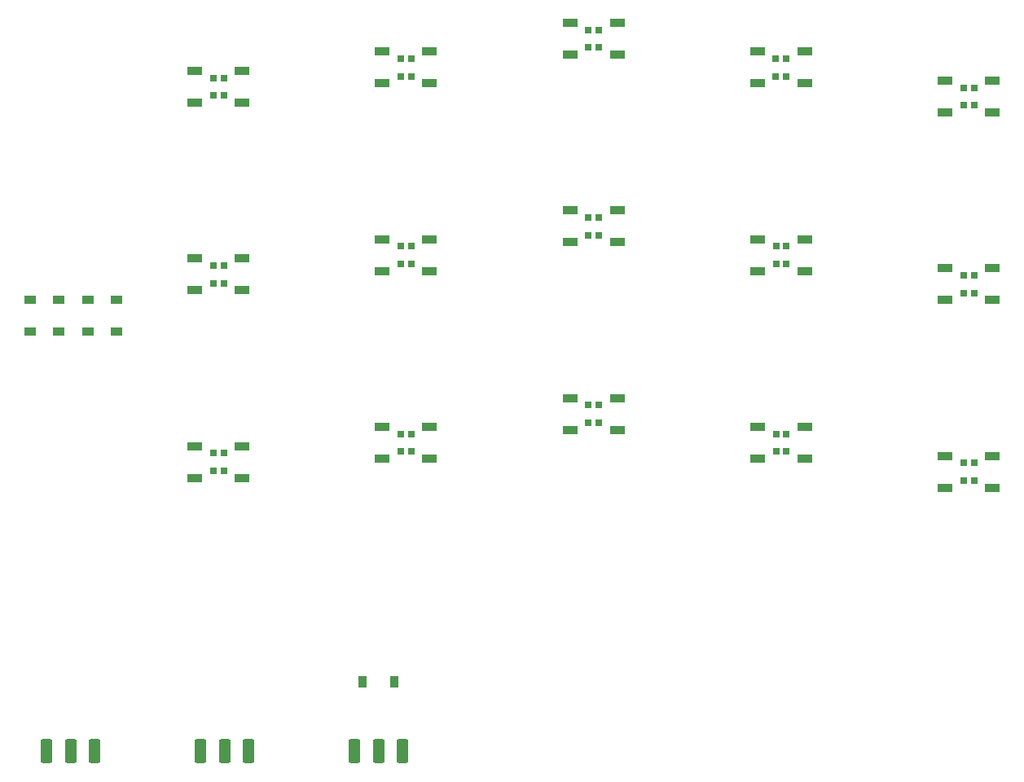
<source format=gbr>
%TF.GenerationSoftware,KiCad,Pcbnew,8.0.4+1*%
%TF.CreationDate,2024-08-17T00:02:36-04:00*%
%TF.ProjectId,iyada_baseplate,69796164-615f-4626-9173-65706c617465,rev?*%
%TF.SameCoordinates,Original*%
%TF.FileFunction,Paste,Top*%
%TF.FilePolarity,Positive*%
%FSLAX46Y46*%
G04 Gerber Fmt 4.6, Leading zero omitted, Abs format (unit mm)*
G04 Created by KiCad (PCBNEW 8.0.4+1) date 2024-08-17 00:02:36*
%MOMM*%
%LPD*%
G01*
G04 APERTURE LIST*
G04 Aperture macros list*
%AMRoundRect*
0 Rectangle with rounded corners*
0 $1 Rounding radius*
0 $2 $3 $4 $5 $6 $7 $8 $9 X,Y pos of 4 corners*
0 Add a 4 corners polygon primitive as box body*
4,1,4,$2,$3,$4,$5,$6,$7,$8,$9,$2,$3,0*
0 Add four circle primitives for the rounded corners*
1,1,$1+$1,$2,$3*
1,1,$1+$1,$4,$5*
1,1,$1+$1,$6,$7*
1,1,$1+$1,$8,$9*
0 Add four rect primitives between the rounded corners*
20,1,$1+$1,$2,$3,$4,$5,0*
20,1,$1+$1,$4,$5,$6,$7,0*
20,1,$1+$1,$6,$7,$8,$9,0*
20,1,$1+$1,$8,$9,$2,$3,0*%
G04 Aperture macros list end*
%ADD10R,1.500000X0.900000*%
%ADD11R,0.700000X0.700000*%
%ADD12RoundRect,0.250000X-0.375000X-1.000000X0.375000X-1.000000X0.375000X1.000000X-0.375000X1.000000X0*%
%ADD13R,1.200000X0.900000*%
%ADD14R,0.900000X1.200000*%
G04 APERTURE END LIST*
D10*
%TO.C,REF\u002A\u002A*%
X141991000Y-74399000D03*
X141991000Y-71099000D03*
X137091000Y-71099000D03*
X137091000Y-74399000D03*
%TD*%
D11*
%TO.C,REF\u002A\u002A*%
X138991000Y-73664000D03*
X140091000Y-73664000D03*
X140091000Y-71834000D03*
X138991000Y-71834000D03*
%TD*%
%TO.C,REF\u002A\u002A*%
X179091000Y-97339000D03*
X177991000Y-97339000D03*
X177991000Y-99169000D03*
X179091000Y-99169000D03*
%TD*%
%TO.C,REF\u002A\u002A*%
X140090000Y-52334000D03*
X138990000Y-52334000D03*
X138990000Y-54164000D03*
X140090000Y-54164000D03*
%TD*%
D10*
%TO.C,REF\u002A\u002A*%
X102991000Y-79399000D03*
X102991000Y-76099000D03*
X98091000Y-76099000D03*
X98091000Y-79399000D03*
%TD*%
%TO.C,REF\u002A\u002A*%
X117591000Y-93594000D03*
X117591000Y-96894000D03*
X122491000Y-96894000D03*
X122491000Y-93594000D03*
%TD*%
%TO.C,REF\u002A\u002A*%
X117591000Y-54599000D03*
X117591000Y-57899000D03*
X122491000Y-57899000D03*
X122491000Y-54599000D03*
%TD*%
D11*
%TO.C,REF\u002A\u002A*%
X140091000Y-91334000D03*
X138991000Y-91334000D03*
X138991000Y-93164000D03*
X140091000Y-93164000D03*
%TD*%
D10*
%TO.C,REF\u002A\u002A*%
X98091000Y-56599000D03*
X98091000Y-59899000D03*
X102991000Y-59899000D03*
X102991000Y-56599000D03*
%TD*%
D11*
%TO.C,REF\u002A\u002A*%
X159591000Y-94334000D03*
X158491000Y-94334000D03*
X158491000Y-96164000D03*
X159591000Y-96164000D03*
%TD*%
%TO.C,REF\u002A\u002A*%
X177991000Y-79664000D03*
X179091000Y-79664000D03*
X179091000Y-77834000D03*
X177991000Y-77834000D03*
%TD*%
D10*
%TO.C,REF\u002A\u002A*%
X137090000Y-51599000D03*
X137090000Y-54899000D03*
X141990000Y-54899000D03*
X141990000Y-51599000D03*
%TD*%
%TO.C,REF\u002A\u002A*%
X156586000Y-54594000D03*
X156586000Y-57894000D03*
X161486000Y-57894000D03*
X161486000Y-54594000D03*
%TD*%
%TO.C,REF\u002A\u002A*%
X156591000Y-93599000D03*
X156591000Y-96899000D03*
X161491000Y-96899000D03*
X161491000Y-93599000D03*
%TD*%
%TO.C,REF\u002A\u002A*%
X156591000Y-93599000D03*
X156591000Y-96899000D03*
X161491000Y-96899000D03*
X161491000Y-93599000D03*
%TD*%
%TO.C,REF\u002A\u002A*%
X176091000Y-96604000D03*
X176091000Y-99904000D03*
X180991000Y-99904000D03*
X180991000Y-96604000D03*
%TD*%
D12*
%TO.C,REF\u002A\u002A*%
X98680000Y-127320000D03*
X101180000Y-127320000D03*
X103680000Y-127320000D03*
%TD*%
D11*
%TO.C,REF\u002A\u002A*%
X159591000Y-94334000D03*
X158491000Y-94334000D03*
X158491000Y-96164000D03*
X159591000Y-96164000D03*
%TD*%
D10*
%TO.C,REF\u002A\u002A*%
X122491000Y-77399000D03*
X122491000Y-74099000D03*
X117591000Y-74099000D03*
X117591000Y-77399000D03*
%TD*%
D11*
%TO.C,REF\u002A\u002A*%
X140091000Y-91334000D03*
X138991000Y-91334000D03*
X138991000Y-93164000D03*
X140091000Y-93164000D03*
%TD*%
%TO.C,REF\u002A\u002A*%
X120591000Y-55334000D03*
X119491000Y-55334000D03*
X119491000Y-57164000D03*
X120591000Y-57164000D03*
%TD*%
%TO.C,REF\u002A\u002A*%
X119491000Y-76664000D03*
X120591000Y-76664000D03*
X120591000Y-74834000D03*
X119491000Y-74834000D03*
%TD*%
%TO.C,REF\u002A\u002A*%
X101091000Y-57334000D03*
X99991000Y-57334000D03*
X99991000Y-59164000D03*
X101091000Y-59164000D03*
%TD*%
%TO.C,REF\u002A\u002A*%
X158491000Y-76664000D03*
X159591000Y-76664000D03*
X159591000Y-74834000D03*
X158491000Y-74834000D03*
%TD*%
D10*
%TO.C,REF\u002A\u002A*%
X137090000Y-51599000D03*
X137090000Y-54899000D03*
X141990000Y-54899000D03*
X141990000Y-51599000D03*
%TD*%
%TO.C,REF\u002A\u002A*%
X156586000Y-54594000D03*
X156586000Y-57894000D03*
X161486000Y-57894000D03*
X161486000Y-54594000D03*
%TD*%
D12*
%TO.C,REF\u002A\u002A*%
X114680000Y-127320000D03*
X117180000Y-127320000D03*
X119680000Y-127320000D03*
%TD*%
D10*
%TO.C,REF\u002A\u002A*%
X98091000Y-56599000D03*
X98091000Y-59899000D03*
X102991000Y-59899000D03*
X102991000Y-56599000D03*
%TD*%
D11*
%TO.C,REF\u002A\u002A*%
X179091000Y-58334000D03*
X177991000Y-58334000D03*
X177991000Y-60164000D03*
X179091000Y-60164000D03*
%TD*%
%TO.C,REF\u002A\u002A*%
X120591000Y-94329000D03*
X119491000Y-94329000D03*
X119491000Y-96159000D03*
X120591000Y-96159000D03*
%TD*%
D10*
%TO.C,REF\u002A\u002A*%
X102991000Y-79399000D03*
X102991000Y-76099000D03*
X98091000Y-76099000D03*
X98091000Y-79399000D03*
%TD*%
D13*
%TO.C,D14*%
X80980000Y-83701750D03*
X80980000Y-80401750D03*
%TD*%
D11*
%TO.C,REF\u002A\u002A*%
X119491000Y-76664000D03*
X120591000Y-76664000D03*
X120591000Y-74834000D03*
X119491000Y-74834000D03*
%TD*%
D10*
%TO.C,REF\u002A\u002A*%
X141991000Y-74399000D03*
X141991000Y-71099000D03*
X137091000Y-71099000D03*
X137091000Y-74399000D03*
%TD*%
D12*
%TO.C,REF\u002A\u002A*%
X82680000Y-127320000D03*
X85180000Y-127320000D03*
X87680000Y-127320000D03*
%TD*%
D10*
%TO.C,REF\u002A\u002A*%
X180991000Y-80399000D03*
X180991000Y-77099000D03*
X176091000Y-77099000D03*
X176091000Y-80399000D03*
%TD*%
D13*
%TO.C,D14*%
X89980000Y-80401750D03*
X89980000Y-83701750D03*
%TD*%
D11*
%TO.C,REF\u002A\u002A*%
X159586000Y-55329000D03*
X158486000Y-55329000D03*
X158486000Y-57159000D03*
X159586000Y-57159000D03*
%TD*%
%TO.C,REF\u002A\u002A*%
X179091000Y-58334000D03*
X177991000Y-58334000D03*
X177991000Y-60164000D03*
X179091000Y-60164000D03*
%TD*%
D10*
%TO.C,REF\u002A\u002A*%
X98091000Y-95599000D03*
X98091000Y-98899000D03*
X102991000Y-98899000D03*
X102991000Y-95599000D03*
%TD*%
%TO.C,REF\u002A\u002A*%
X122491000Y-77399000D03*
X122491000Y-74099000D03*
X117591000Y-74099000D03*
X117591000Y-77399000D03*
%TD*%
D11*
%TO.C,REF\u002A\u002A*%
X120591000Y-94329000D03*
X119491000Y-94329000D03*
X119491000Y-96159000D03*
X120591000Y-96159000D03*
%TD*%
D10*
%TO.C,REF\u002A\u002A*%
X117591000Y-93594000D03*
X117591000Y-96894000D03*
X122491000Y-96894000D03*
X122491000Y-93594000D03*
%TD*%
%TO.C,REF\u002A\u002A*%
X137091000Y-90599000D03*
X137091000Y-93899000D03*
X141991000Y-93899000D03*
X141991000Y-90599000D03*
%TD*%
%TO.C,REF\u002A\u002A*%
X161491000Y-77399000D03*
X161491000Y-74099000D03*
X156591000Y-74099000D03*
X156591000Y-77399000D03*
%TD*%
%TO.C,REF\u002A\u002A*%
X137091000Y-90599000D03*
X137091000Y-93899000D03*
X141991000Y-93899000D03*
X141991000Y-90599000D03*
%TD*%
%TO.C,REF\u002A\u002A*%
X180991000Y-80399000D03*
X180991000Y-77099000D03*
X176091000Y-77099000D03*
X176091000Y-80399000D03*
%TD*%
%TO.C,REF\u002A\u002A*%
X117591000Y-54599000D03*
X117591000Y-57899000D03*
X122491000Y-57899000D03*
X122491000Y-54599000D03*
%TD*%
D11*
%TO.C,REF\u002A\u002A*%
X138991000Y-73664000D03*
X140091000Y-73664000D03*
X140091000Y-71834000D03*
X138991000Y-71834000D03*
%TD*%
D10*
%TO.C,REF\u002A\u002A*%
X122491000Y-77399000D03*
X122491000Y-74099000D03*
X117591000Y-74099000D03*
X117591000Y-77399000D03*
%TD*%
%TO.C,REF\u002A\u002A*%
X176091000Y-57599000D03*
X176091000Y-60899000D03*
X180991000Y-60899000D03*
X180991000Y-57599000D03*
%TD*%
D11*
%TO.C,REF\u002A\u002A*%
X158491000Y-76664000D03*
X159591000Y-76664000D03*
X159591000Y-74834000D03*
X158491000Y-74834000D03*
%TD*%
%TO.C,REF\u002A\u002A*%
X101091000Y-96334000D03*
X99991000Y-96334000D03*
X99991000Y-98164000D03*
X101091000Y-98164000D03*
%TD*%
%TO.C,REF\u002A\u002A*%
X120591000Y-55334000D03*
X119491000Y-55334000D03*
X119491000Y-57164000D03*
X120591000Y-57164000D03*
%TD*%
D13*
%TO.C,D14*%
X83980000Y-80370000D03*
X83980000Y-83670000D03*
%TD*%
D11*
%TO.C,REF\u002A\u002A*%
X179091000Y-97339000D03*
X177991000Y-97339000D03*
X177991000Y-99169000D03*
X179091000Y-99169000D03*
%TD*%
%TO.C,REF\u002A\u002A*%
X99991000Y-78664000D03*
X101091000Y-78664000D03*
X101091000Y-76834000D03*
X99991000Y-76834000D03*
%TD*%
D10*
%TO.C,REF\u002A\u002A*%
X176091000Y-57599000D03*
X176091000Y-60899000D03*
X180991000Y-60899000D03*
X180991000Y-57599000D03*
%TD*%
D14*
%TO.C,D14*%
X115498250Y-120070000D03*
X118798250Y-120070000D03*
%TD*%
D11*
%TO.C,REF\u002A\u002A*%
X140090000Y-52334000D03*
X138990000Y-52334000D03*
X138990000Y-54164000D03*
X140090000Y-54164000D03*
%TD*%
D13*
%TO.C,D14*%
X86980000Y-83701750D03*
X86980000Y-80401750D03*
%TD*%
D11*
%TO.C,REF\u002A\u002A*%
X99991000Y-78664000D03*
X101091000Y-78664000D03*
X101091000Y-76834000D03*
X99991000Y-76834000D03*
%TD*%
D10*
%TO.C,REF\u002A\u002A*%
X176091000Y-96604000D03*
X176091000Y-99904000D03*
X180991000Y-99904000D03*
X180991000Y-96604000D03*
%TD*%
D11*
%TO.C,REF\u002A\u002A*%
X101091000Y-57334000D03*
X99991000Y-57334000D03*
X99991000Y-59164000D03*
X101091000Y-59164000D03*
%TD*%
%TO.C,REF\u002A\u002A*%
X119491000Y-76664000D03*
X120591000Y-76664000D03*
X120591000Y-74834000D03*
X119491000Y-74834000D03*
%TD*%
%TO.C,REF\u002A\u002A*%
X177991000Y-79664000D03*
X179091000Y-79664000D03*
X179091000Y-77834000D03*
X177991000Y-77834000D03*
%TD*%
%TO.C,REF\u002A\u002A*%
X159586000Y-55329000D03*
X158486000Y-55329000D03*
X158486000Y-57159000D03*
X159586000Y-57159000D03*
%TD*%
M02*

</source>
